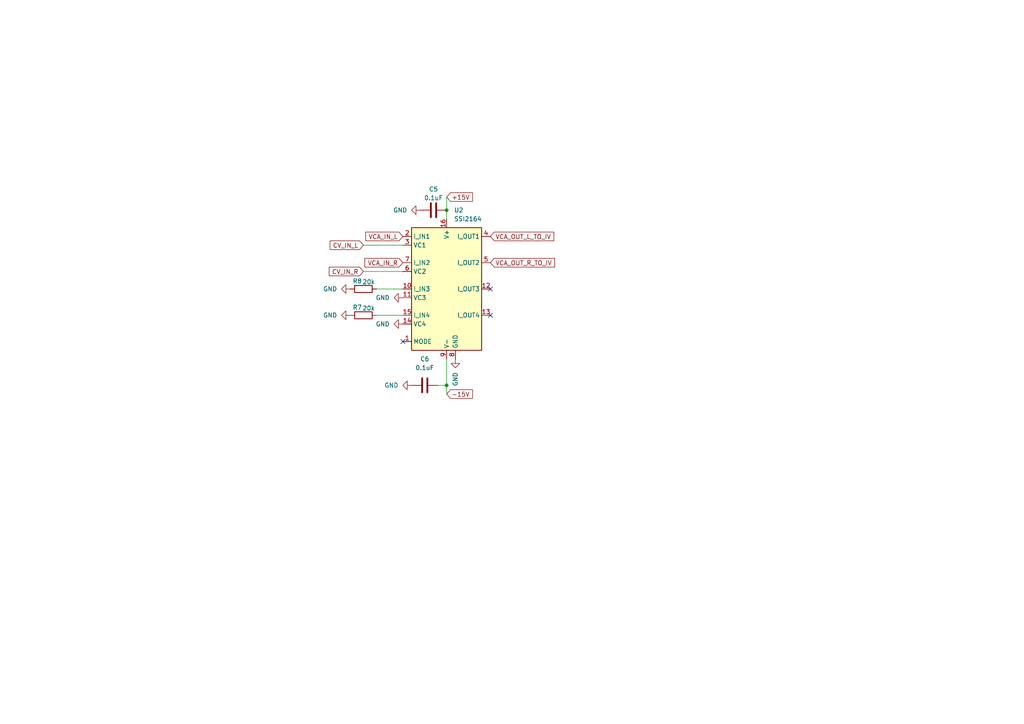
<source format=kicad_sch>
(kicad_sch (version 20250114) (generator "eeschema") (generator_version "9.0")
  (paper "A4")
  (title_block (title "AI-Designed-Stereo-Compressor-Preamp") (comment 1 "SSI2164 VCA Core"))
  (lib_symbols
    (symbol "Audio:SSI2164"
      (property "Reference" "U" (at -7.62 19.05 0))
      (property "Value" "SSI2164" (at 5.08 19.05 0))
      (symbol "SSI2164_0_1"
        (rectangle (start -10.16 17.78) (end 10.16 -17.78) (stroke (width 0.254)) (fill (type background)))
      )
      (symbol "SSI2164_1_1"
        (pin input line (at -12.7 15.24 0) (length 2.54) (name "I_IN1") (number "2"))
        (pin passive line (at -12.7 12.7 0) (length 2.54) (name "VC1") (number "3"))
        (pin input line (at -12.7 7.62 0) (length 2.54) (name "I_IN2") (number "7"))
        (pin passive line (at -12.7 5.08 0) (length 2.54) (name "VC2") (number "6"))
        (pin input line (at -12.7 0 0) (length 2.54) (name "I_IN3") (number "10"))
        (pin passive line (at -12.7 -2.54 0) (length 2.54) (name "VC3") (number "11"))
        (pin input line (at -12.7 -7.62 0) (length 2.54) (name "I_IN4") (number "15"))
        (pin passive line (at -12.7 -10.16 0) (length 2.54) (name "VC4") (number "14"))
        (pin passive line (at -12.7 -15.24 0) (length 2.54) (name "MODE") (number "1"))
        (pin power_in line (at 0 20.32 270) (length 2.54) (name "V+") (number "16"))
        (pin power_in line (at 0 -20.32 90) (length 2.54) (name "V-") (number "9"))
        (pin power_in line (at 2.54 -20.32 90) (length 2.54) (name "GND") (number "8"))
        (pin output line (at 12.7 15.24 180) (length 2.54) (name "I_OUT1") (number "4"))
        (pin output line (at 12.7 7.62 180) (length 2.54) (name "I_OUT2") (number "5"))
        (pin output line (at 12.7 0 180) (length 2.54) (name "I_OUT3") (number "12"))
        (pin output line (at 12.7 -7.62 180) (length 2.54) (name "I_OUT4") (number "13"))
      )
    )
    (symbol "Device:C" (pin_numbers (hide yes)) (pin_names (offset 0.254))
      (property "Reference" "C" (at 0.635 2.54 0))
      (property "Value" "C" (at 0.635 -2.54 0))
      (symbol "C_0_1"
        (polyline (pts (xy -2.032 0.762) (xy 2.032 0.762)) (stroke (width 0.508)))
        (polyline (pts (xy -2.032 -0.762) (xy 2.032 -0.762)) (stroke (width 0.508)))
      )
      (symbol "C_1_1"
        (pin passive line (at 0 3.81 270) (length 2.794) (name "~") (number "1"))
        (pin passive line (at 0 -3.81 90) (length 2.794) (name "~") (number "2"))
      )
    )
    (symbol "Device:R" (pin_numbers (hide yes)) (pin_names (offset 0))
      (property "Reference" "R" (at 2.032 0 90))
      (property "Value" "R" (at 0 0 90))
      (symbol "R_0_1"
        (rectangle (start -1.016 -2.54) (end 1.016 2.54) (stroke (width 0.254)))
      )
      (symbol "R_1_1"
        (pin passive line (at 0 3.81 270) (length 1.27) (name "~") (number "1"))
        (pin passive line (at 0 -3.81 90) (length 1.27) (name "~") (number "2"))
      )
    )
    (symbol "power:GND" (power) (pin_numbers (hide yes)) (pin_names (offset 0) (hide yes))
      (property "Value" "GND" (at 0 -3.81 0))
      (symbol "GND_0_1"
        (polyline (pts (xy 0 0) (xy 0 -1.27) (xy 1.27 -1.27) (xy 0 -2.54) (xy -1.27 -1.27) (xy 0 -1.27)))
      )
      (symbol "GND_1_1"
        (pin power_in line (at 0 0 270) (length 0) (name "~") (number "1"))
      )
    )
  )
  (junction (at 129.54 111.76))
  (junction (at 129.54 60.96))
  (no_connect (at 116.84 99.06))
  (no_connect (at 142.24 91.44))
  (no_connect (at 142.24 83.82))
  (wire (pts (xy 129.54 60.96) (xy 129.54 63.5)))
  (wire (pts (xy 109.22 83.82) (xy 116.84 83.82)))
  (wire (pts (xy 109.22 91.44) (xy 116.84 91.44)))
  (wire (pts (xy 127 111.76) (xy 129.54 111.76)))
  (wire (pts (xy 129.54 111.76) (xy 129.54 114.3)))
  (wire (pts (xy 129.54 104.14) (xy 129.54 111.76)))
  (wire (pts (xy 129.54 57.15) (xy 129.54 60.96)))
  (wire (pts (xy 105.41 71.12) (xy 116.84 71.12)))
  (wire (pts (xy 105.41 78.74) (xy 116.84 78.74)))
  (global_label "VCA_OUT_R_TO_IV" (shape input) (at 142.24 76.2 0) (effects (font (thickness 0.1588))) (property "Intersheetrefs" "${INTERSHEET_REFS}" (effects (hide yes))))
  (global_label "-15V" (shape input) (at 129.54 114.3 0) (property "Intersheetrefs" "${INTERSHEET_REFS}" (effects (hide yes))))
  (global_label "+15V" (shape input) (at 129.54 57.15 0) (property "Intersheetrefs" "${INTERSHEET_REFS}" (effects (hide yes))))
  (global_label "VCA_IN_L" (shape input) (at 116.84 68.58 180) (effects (font (thickness 0.1588))) (property "Intersheetrefs" "${INTERSHEET_REFS}" (effects (hide yes))))
  (global_label "CV_IN_L" (shape input) (at 105.41 71.12 180) (effects (font (thickness 0.1588))) (property "Intersheetrefs" "${INTERSHEET_REFS}" (effects (hide yes))))
  (global_label "VCA_OUT_L_TO_IV" (shape input) (at 142.24 68.58 0) (effects (font (thickness 0.1588))) (property "Intersheetrefs" "${INTERSHEET_REFS}" (effects (hide yes))))
  (global_label "VCA_IN_R" (shape input) (at 116.84 76.2 180) (effects (font (thickness 0.1588))) (property "Intersheetrefs" "${INTERSHEET_REFS}" (effects (hide yes))))
  (global_label "CV_IN_R" (shape input) (at 105.41 78.74 180) (effects (font (thickness 0.1588))) (property "Intersheetrefs" "${INTERSHEET_REFS}" (effects (hide yes))))
  (symbol (lib_id "power:GND") (at 116.84 86.36 270) (unit 1)
    (property "Reference" "#PWR011" (effects (hide yes)))
    (property "Value" "GND" (at 113.03 86.3599 90) (effects (justify right)))
    (property "Description" "Power symbol creates a global label with name \"GND\" , ground" (effects (hide yes)))
  )
  (symbol (lib_id "Device:R") (at 105.41 91.44 90) (unit 1)
    (property "Reference" "R7" (at 103.632 89.154 90))
    (property "Value" "20k" (at 106.934 89.408 90))
    (property "Footprint" "Resistor_THT:R_Axial_DIN0207_L6.3mm_D2.5mm_P2.54mm_Vertical" (effects (hide yes)))
    (property "Description" "Resistor" (effects (hide yes)))
  )
  (symbol (lib_id "Device:C") (at 125.73 60.96 270) (unit 1)
    (property "Reference" "C5" (at 125.73 54.864 90))
    (property "Value" "0.1uF" (at 125.73 57.404 90))
    (property "Footprint" "Capacitor_THT:C_Disc_D4.3mm_W1.9mm_P5.00mm" (effects (hide yes)))
    (property "Description" "ceramic capacitor" (effects (hide yes)))
  )
  (symbol (lib_id "power:GND") (at 116.84 93.98 270) (unit 1)
    (property "Reference" "#PWR010" (effects (hide yes)))
    (property "Value" "GND" (at 113.03 93.9799 90) (effects (justify right)))
    (property "Description" "Power symbol creates a global label with name \"GND\" , ground" (effects (hide yes)))
  )
  (symbol (lib_id "power:GND") (at 132.08 104.14 0) (unit 1)
    (property "Reference" "#PWR07" (effects (hide yes)))
    (property "Value" "GND" (at 132.0801 107.95 90) (effects (justify right)))
    (property "Description" "Power symbol creates a global label with name \"GND\" , ground" (effects (hide yes)))
  )
  (symbol (lib_id "power:GND") (at 101.6 91.44 270) (unit 1)
    (property "Reference" "#PWR09" (effects (hide yes)))
    (property "Value" "GND" (at 97.79 91.4399 90) (effects (justify right)))
    (property "Description" "Power symbol creates a global label with name \"GND\" , ground" (effects (hide yes)))
  )
  (symbol (lib_id "Device:R") (at 105.41 83.82 90) (unit 1)
    (property "Reference" "R8" (at 103.632 81.534 90))
    (property "Value" "20k" (at 106.934 81.788 90))
    (property "Footprint" "Resistor_THT:R_Axial_DIN0207_L6.3mm_D2.5mm_P2.54mm_Vertical" (effects (hide yes)))
    (property "Description" "Resistor" (effects (hide yes)))
  )
  (symbol (lib_id "power:GND") (at 121.92 60.96 270) (unit 1)
    (property "Reference" "#PWR08" (effects (hide yes)))
    (property "Value" "GND" (at 118.11 60.9599 90) (effects (justify right)))
    (property "Description" "Power symbol creates a global label with name \"GND\" , ground" (effects (hide yes)))
  )
  (symbol (lib_id "Audio:SSI2164") (at 129.54 83.82 0) (unit 1)
    (property "Reference" "U2" (at 131.6833 60.96 0) (effects (justify left)))
    (property "Value" "SSI2164" (at 131.6833 63.5 0) (effects (justify left)))
    (property "Footprint" "Package_SO:SOIC-16_3.9x9.9mm_P1.27mm" (effects (hide yes)))
    (property "Datasheet" "http://www.soundsemiconductor.com/downloads/ssi2164datasheet.pdf" (effects (hide yes)))
    (property "Description" "Quad VCA, SOIC-16" (effects (hide yes)))
  )
  (symbol (lib_id "power:GND") (at 119.38 111.76 270) (unit 1)
    (property "Reference" "#PWR013" (effects (hide yes)))
    (property "Value" "GND" (at 115.57 111.7599 90) (effects (justify right)))
    (property "Description" "Power symbol creates a global label with name \"GND\" , ground" (effects (hide yes)))
  )
  (symbol (lib_id "power:GND") (at 101.6 83.82 270) (unit 1)
    (property "Reference" "#PWR012" (effects (hide yes)))
    (property "Value" "GND" (at 97.79 83.8199 90) (effects (justify right)))
    (property "Description" "Power symbol creates a global label with name \"GND\" , ground" (effects (hide yes)))
  )
  (symbol (lib_id "Device:C") (at 123.19 111.76 270) (unit 1)
    (property "Reference" "C6" (at 123.19 104.14 90))
    (property "Value" "0.1uF" (at 123.19 106.68 90))
    (property "Footprint" "Capacitor_THT:C_Disc_D4.3mm_W1.9mm_P5.00mm" (effects (hide yes)))
    (property "Description" "ceramic capacitor" (effects (hide yes)))
  )
)
</source>
